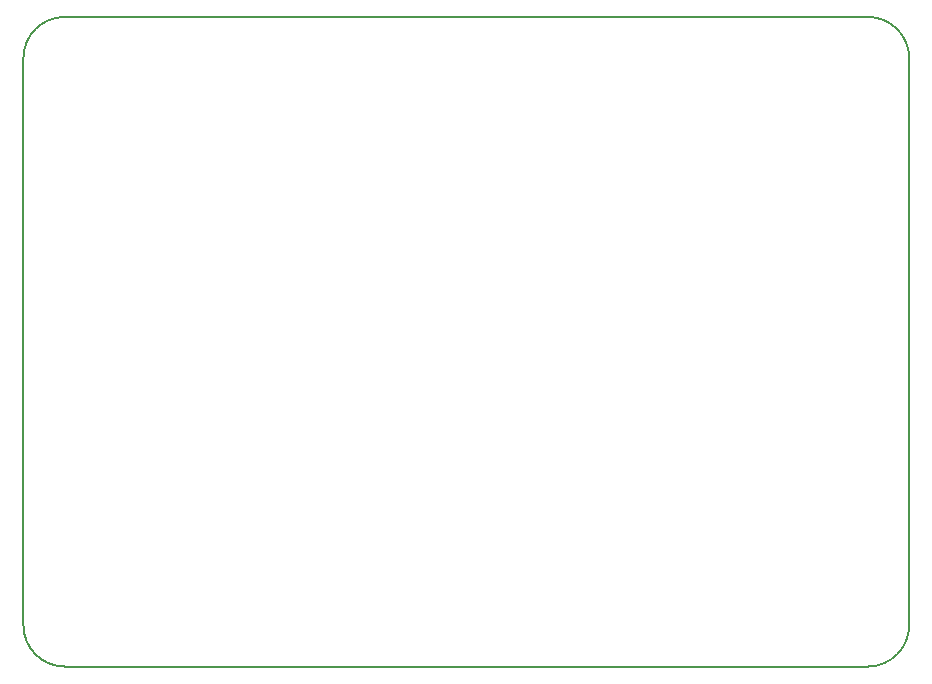
<source format=gbr>
G04 #@! TF.GenerationSoftware,KiCad,Pcbnew,5.1.2*
G04 #@! TF.CreationDate,2019-08-04T16:28:25+02:00*
G04 #@! TF.ProjectId,c3dpb,63336470-622e-46b6-9963-61645f706362,rev?*
G04 #@! TF.SameCoordinates,Original*
G04 #@! TF.FileFunction,Profile,NP*
%FSLAX46Y46*%
G04 Gerber Fmt 4.6, Leading zero omitted, Abs format (unit mm)*
G04 Created by KiCad (PCBNEW 5.1.2) date 2019-08-04 16:28:25*
%MOMM*%
%LPD*%
G04 APERTURE LIST*
%ADD10C,0.200000*%
G04 APERTURE END LIST*
D10*
X171500000Y-50000000D02*
G75*
G02X175000000Y-53500000I0J-3500000D01*
G01*
X103500000Y-50000000D02*
X171500000Y-50000000D01*
X175000000Y-53500000D02*
X175000000Y-101500000D01*
X100000000Y-53500000D02*
G75*
G02X103500000Y-50000000I3500000J0D01*
G01*
X175000000Y-101500000D02*
G75*
G02X171500000Y-105000000I-3500000J0D01*
G01*
X103500000Y-105000000D02*
G75*
G02X100000000Y-101500000I0J3500000D01*
G01*
X100000000Y-101500000D02*
X100000000Y-53500000D01*
X171500000Y-105000000D02*
X103500000Y-105000000D01*
M02*

</source>
